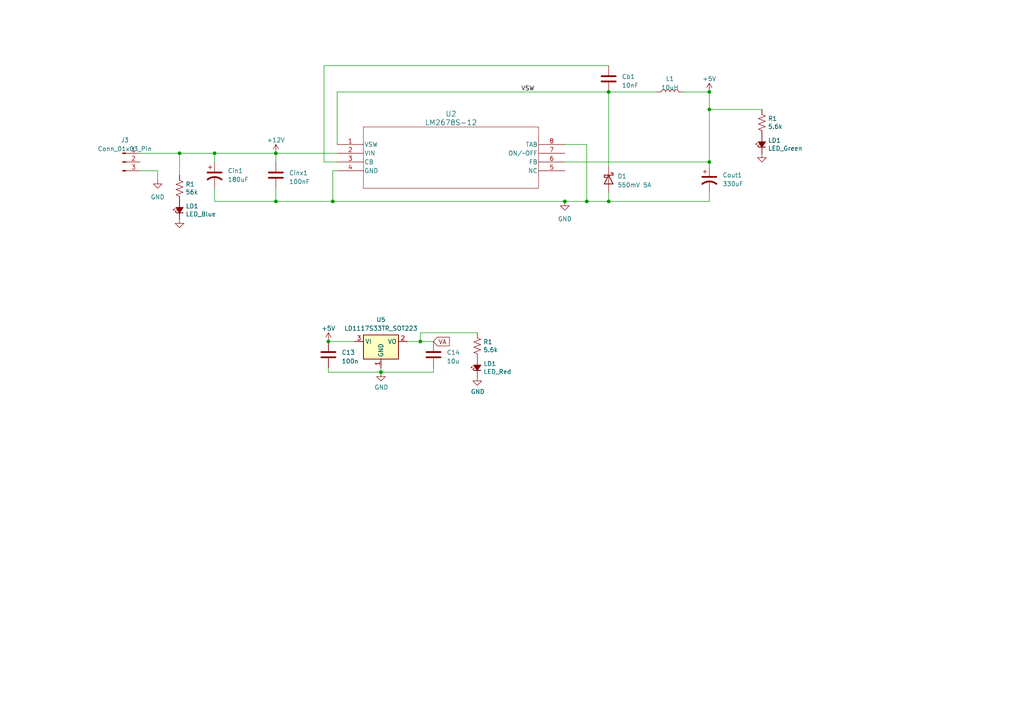
<source format=kicad_sch>
(kicad_sch (version 20230121) (generator eeschema)
  (paper "A4")
  (lib_symbols
    (symbol "Connector:Conn_01x03_Pin" (pin_names (offset 1.016) hide)
      (property "Reference" "J" (at 0 5.08 0))
      (property "Value" "Conn_01x03_Pin" (at 0 -5.08 0))
      (symbol "Conn_01x03_Pin_1_1"
        (polyline (pts (xy 1.27 -2.54) (xy 0.8636 -2.54)) (stroke (width 0.1524)))
        (polyline (pts (xy 1.27 0) (xy 0.8636 0)) (stroke (width 0.1524)))
        (polyline (pts (xy 1.27 2.54) (xy 0.8636 2.54)) (stroke (width 0.1524)))
        (rectangle (start 0.8636 -2.413) (end 0 -2.667) (stroke (width 0.1524)) (fill (type outline)))
        (rectangle (start 0.8636 0.127) (end 0 -0.127) (stroke (width 0.1524)) (fill (type outline)))
        (rectangle (start 0.8636 2.667) (end 0 2.413) (stroke (width 0.1524)) (fill (type outline)))
        (pin passive line (at 5.08 2.54 180) (length 3.81) (name "Pin_1") (number "1"))
        (pin passive line (at 5.08 0 180) (length 3.81) (name "Pin_2") (number "2"))
        (pin passive line (at 5.08 -2.54 180) (length 3.81) (name "Pin_3") (number "3"))
      )
    )
    (symbol "Device:C" (pin_numbers hide) (pin_names (offset 0.254))
      (property "Reference" "C" (at 0.635 2.54 0))
      (property "Value" "C" (at 0.635 -2.54 0))
      (symbol "C_0_1"
        (polyline (pts (xy -2.032 -0.762) (xy 2.032 -0.762)) (stroke (width 0.508)))
        (polyline (pts (xy -2.032 0.762) (xy 2.032 0.762)) (stroke (width 0.508)))
      )
      (symbol "C_1_1"
        (pin passive line (at 0 3.81 270) (length 2.794) (name "~") (number "1"))
        (pin passive line (at 0 -3.81 90) (length 2.794) (name "~") (number "2"))
      )
    )
    (symbol "Device:C_Polarized_US" (pin_numbers hide) (pin_names (offset 0.254) hide)
      (property "Reference" "C" (at 0.635 2.54 0))
      (property "Value" "C_Polarized_US" (at 0.635 -2.54 0))
      (symbol "C_Polarized_US_0_1"
        (polyline (pts (xy -2.032 0.762) (xy 2.032 0.762)) (stroke (width 0.508)))
        (polyline (pts (xy -1.778 2.286) (xy -0.762 2.286)))
        (polyline (pts (xy -1.27 1.778) (xy -1.27 2.794)))
        (arc (start 2.032 -1.27) (mid 0 -0.5572) (end -2.032 -1.27) (stroke (width 0.508)))
      )
      (symbol "C_Polarized_US_1_1"
        (pin passive line (at 0 3.81 270) (length 2.794) (name "~") (number "1"))
        (pin passive line (at 0 -3.81 90) (length 3.302) (name "~") (number "2"))
      )
    )
    (symbol "Device:L" (pin_numbers hide) (pin_names (offset 1.016) hide)
      (property "Reference" "L" (at -1.27 0 90))
      (property "Value" "L" (at 1.905 0 90))
      (symbol "L_0_1"
        (arc (start 0 -2.54) (mid 0.6323 -1.905) (end 0 -1.27))
        (arc (start 0 -1.27) (mid 0.6323 -0.635) (end 0 0))
        (arc (start 0 0) (mid 0.6323 0.635) (end 0 1.27))
        (arc (start 0 1.27) (mid 0.6323 1.905) (end 0 2.54))
      )
      (symbol "L_1_1"
        (pin passive line (at 0 3.81 270) (length 1.27) (name "1") (number "1"))
        (pin passive line (at 0 -3.81 90) (length 1.27) (name "2") (number "2"))
      )
    )
    (symbol "Device:R_US" (pin_numbers hide) (pin_names (offset 0))
      (property "Reference" "R" (at 2.54 0 90))
      (property "Value" "R_US" (at -2.54 0 90))
      (symbol "R_US_0_1"
        (polyline (pts (xy 0 -2.286) (xy 0 -2.54)))
        (polyline (pts (xy 0 2.286) (xy 0 2.54)))
        (polyline (pts (xy 0 -0.762) (xy 1.016 -1.143) (xy 0 -1.524) (xy -1.016 -1.905) (xy 0 -2.286)))
        (polyline (pts (xy 0 0.762) (xy 1.016 0.381) (xy 0 0) (xy -1.016 -0.381) (xy 0 -0.762)))
        (polyline (pts (xy 0 2.286) (xy 1.016 1.905) (xy 0 1.524) (xy -1.016 1.143) (xy 0 0.762)))
      )
      (symbol "R_US_1_1"
        (pin passive line (at 0 3.81 270) (length 1.27) (name "~") (number "1"))
        (pin passive line (at 0 -3.81 90) (length 1.27) (name "~") (number "2"))
      )
    )
    (symbol "Diode:1N5817" (pin_numbers hide) (pin_names (offset 1.016) hide)
      (property "Reference" "D" (at 0 2.54 0))
      (property "Value" "1N5817" (at 0 -2.54 0))
      (symbol "1N5817_0_1"
        (polyline (pts (xy 1.27 0) (xy -1.27 0)))
        (polyline (pts (xy 1.27 1.27) (xy 1.27 -1.27) (xy -1.27 0) (xy 1.27 1.27)) (stroke (width 0.254)))
        (polyline (pts (xy -1.905 0.635) (xy -1.905 1.27) (xy -1.27 1.27) (xy -1.27 -1.27) (xy -0.635 -1.27) (xy -0.635 -0.635)) (stroke (width 0.254)))
      )
      (symbol "1N5817_1_1"
        (pin passive line (at -3.81 0 0) (length 2.54) (name "K") (number "1"))
        (pin passive line (at 3.81 0 180) (length 2.54) (name "A") (number "2"))
      )
    )
    (symbol "LM2678:LM2678S-12" (pin_names (offset 0.254))
      (property "Reference" "U" (at 33.02 10.16 0))
      (property "Value" "LM2678S-12" (at 33.02 7.62 0))
      (symbol "LM2678S-12_0_1"
        (polyline (pts (xy 7.62 -12.7) (xy 58.42 -12.7)) (stroke (width 0.127)))
        (polyline (pts (xy 7.62 5.08) (xy 7.62 -12.7)) (stroke (width 0.127)))
        (polyline (pts (xy 58.42 -12.7) (xy 58.42 5.08)) (stroke (width 0.127)))
        (polyline (pts (xy 58.42 5.08) (xy 7.62 5.08)) (stroke (width 0.127)))
        (pin output line (at 0 0 0) (length 7.62) (name "VSW") (number "1"))
        (pin input line (at 0 -2.54 0) (length 7.62) (name "VIN") (number "2"))
        (pin passive line (at 0 -5.08 0) (length 7.62) (name "CB") (number "3"))
        (pin passive line (at 0 -7.62 0) (length 7.62) (name "GND") (number "4"))
        (pin passive line (at 66.04 -7.62 180) (length 7.62) (name "NC") (number "5"))
        (pin passive line (at 66.04 -5.08 180) (length 7.62) (name "FB") (number "6"))
        (pin passive line (at 66.04 -2.54 180) (length 7.62) (name "ON/~OFF") (number "7"))
        (pin unspecified line (at 66.04 0 180) (length 7.62) (name "TAB") (number "8"))
      )
    )
    (symbol "Regulator_Linear:LD1117S33TR_SOT223"
      (property "Reference" "U" (at -3.81 3.175 0))
      (property "Value" "LD1117S33TR_SOT223" (at 0 3.175 0))
      (symbol "LD1117S33TR_SOT223_0_1"
        (rectangle (start -5.08 -5.08) (end 5.08 1.905) (stroke (width 0.254)) (fill (type background)))
      )
      (symbol "LD1117S33TR_SOT223_1_1"
        (pin power_in line (at 0 -7.62 90) (length 2.54) (name "GND") (number "1"))
        (pin power_out line (at 7.62 0 180) (length 2.54) (name "VO") (number "2"))
        (pin power_in line (at -7.62 0 0) (length 2.54) (name "VI") (number "3"))
      )
    )
    (symbol "power:+12V" (power) (pin_names (offset 0))
      (property "Value" "+12V" (at 0 3.556 0))
      (symbol "+12V_0_1"
        (polyline (pts (xy -0.762 1.27) (xy 0 2.54)))
        (polyline (pts (xy 0 0) (xy 0 2.54)))
        (polyline (pts (xy 0 2.54) (xy 0.762 1.27)))
      )
      (symbol "+12V_1_1"
        (pin power_in line (at 0 0 90) (length 0) hide (name "+12V") (number "1"))
      )
    )
    (symbol "power:+5V" (power) (pin_names (offset 0))
      (property "Value" "+5V" (at 0 3.556 0))
      (symbol "+5V_0_1"
        (polyline (pts (xy -0.762 1.27) (xy 0 2.54)))
        (polyline (pts (xy 0 0) (xy 0 2.54)))
        (polyline (pts (xy 0 2.54) (xy 0.762 1.27)))
      )
      (symbol "+5V_1_1"
        (pin power_in line (at 0 0 90) (length 0) hide (name "+5V") (number "1"))
      )
    )
    (symbol "power:GND" (power) (pin_names (offset 0))
      (property "Value" "GND" (at 0 -3.81 0))
      (symbol "GND_0_1"
        (polyline (pts (xy 0 0) (xy 0 -1.27) (xy 1.27 -1.27) (xy 0 -2.54) (xy -1.27 -1.27) (xy 0 -1.27)))
      )
      (symbol "GND_1_1"
        (pin power_in line (at 0 0 270) (length 0) hide (name "GND") (number "1"))
      )
    )
    (symbol "stm32f091-rescue:LED_Small_ALT-Device" (pin_numbers hide) (pin_names (offset 0.254) hide)
      (property "Reference" "D" (at -1.27 3.175 0))
      (property "Value" "Device_LED_Small_ALT" (at -4.445 -2.54 0))
      (symbol "LED_Small_ALT-Device_0_1"
        (polyline (pts (xy -0.762 -1.016) (xy -0.762 1.016)) (stroke (width 0.254)))
        (polyline (pts (xy 1.016 0) (xy -0.762 0)))
        (polyline (pts (xy 0.762 -1.016) (xy -0.762 0) (xy 0.762 1.016) (xy 0.762 -1.016)) (stroke (width 0.254)) (fill (type outline)))
        (polyline (pts (xy 0 0.762) (xy -0.508 1.27) (xy -0.254 1.27) (xy -0.508 1.27) (xy -0.508 1.016)))
        (polyline (pts (xy 0.508 1.27) (xy 0 1.778) (xy 0.254 1.778) (xy 0 1.778) (xy 0 1.524)))
      )
      (symbol "LED_Small_ALT-Device_1_1"
        (pin passive line (at -2.54 0 0) (length 1.778) (name "K") (number "1"))
        (pin passive line (at 2.54 0 180) (length 1.778) (name "A") (number "2"))
      )
    )
  )
  (junction (at 163.83 58.42))
  (junction (at 80.01 44.45))
  (junction (at 110.49 107.95))
  (junction (at 170.18 58.42))
  (junction (at 205.74 46.99))
  (junction (at 62.23 44.45))
  (junction (at 121.92 99.06))
  (junction (at 95.25 99.06))
  (junction (at 205.74 31.75))
  (junction (at 52.07 44.45))
  (junction (at 80.01 58.42))
  (junction (at 176.53 26.67))
  (junction (at 176.53 58.42))
  (junction (at 205.74 26.67))
  (junction (at 96.52 58.42))
  (wire (pts (xy 176.53 58.42) (xy 205.74 58.42)))
  (wire (pts (xy 138.43 96.52) (xy 121.92 96.52)))
  (wire (pts (xy 80.01 54.61) (xy 80.01 58.42)))
  (wire (pts (xy 125.73 106.68) (xy 125.73 107.95)))
  (wire (pts (xy 110.49 107.95) (xy 125.73 107.95)))
  (wire (pts (xy 121.92 99.06) (xy 125.73 99.06)))
  (wire (pts (xy 170.18 41.91) (xy 170.18 58.42)))
  (wire (pts (xy 40.64 49.53) (xy 45.72 49.53)))
  (wire (pts (xy 95.25 99.06) (xy 102.87 99.06)))
  (wire (pts (xy 45.72 49.53) (xy 45.72 52.07)))
  (wire (pts (xy 176.53 26.67) (xy 190.5 26.67)))
  (wire (pts (xy 80.01 58.42) (xy 96.52 58.42)))
  (wire (pts (xy 97.79 49.53) (xy 96.52 49.53)))
  (wire (pts (xy 170.18 58.42) (xy 176.53 58.42)))
  (wire (pts (xy 176.53 55.88) (xy 176.53 58.42)))
  (wire (pts (xy 176.53 26.67) (xy 176.53 48.26)))
  (wire (pts (xy 97.79 26.67) (xy 176.53 26.67)))
  (wire (pts (xy 96.52 49.53) (xy 96.52 58.42)))
  (wire (pts (xy 163.83 41.91) (xy 170.18 41.91)))
  (wire (pts (xy 110.49 107.95) (xy 110.49 106.68)))
  (wire (pts (xy 40.64 44.45) (xy 52.07 44.45)))
  (wire (pts (xy 205.74 31.75) (xy 205.74 46.99)))
  (wire (pts (xy 52.07 50.8) (xy 52.07 44.45)))
  (wire (pts (xy 93.98 46.99) (xy 93.98 19.05)))
  (wire (pts (xy 62.23 44.45) (xy 80.01 44.45)))
  (wire (pts (xy 205.74 48.26) (xy 205.74 46.99)))
  (wire (pts (xy 52.07 44.45) (xy 62.23 44.45)))
  (wire (pts (xy 96.52 58.42) (xy 163.83 58.42)))
  (wire (pts (xy 95.25 107.95) (xy 110.49 107.95)))
  (wire (pts (xy 62.23 58.42) (xy 80.01 58.42)))
  (wire (pts (xy 95.25 106.68) (xy 95.25 107.95)))
  (wire (pts (xy 62.23 44.45) (xy 62.23 46.99)))
  (wire (pts (xy 97.79 46.99) (xy 93.98 46.99)))
  (wire (pts (xy 163.83 46.99) (xy 205.74 46.99)))
  (wire (pts (xy 80.01 44.45) (xy 80.01 46.99)))
  (wire (pts (xy 205.74 26.67) (xy 205.74 31.75)))
  (wire (pts (xy 121.92 96.52) (xy 121.92 99.06)))
  (wire (pts (xy 93.98 19.05) (xy 176.53 19.05)))
  (wire (pts (xy 97.79 41.91) (xy 97.79 26.67)))
  (wire (pts (xy 198.12 26.67) (xy 205.74 26.67)))
  (wire (pts (xy 205.74 55.88) (xy 205.74 58.42)))
  (wire (pts (xy 163.83 58.42) (xy 170.18 58.42)))
  (wire (pts (xy 80.01 44.45) (xy 97.79 44.45)))
  (wire (pts (xy 62.23 54.61) (xy 62.23 58.42)))
  (wire (pts (xy 220.98 31.75) (xy 205.74 31.75)))
  (wire (pts (xy 118.11 99.06) (xy 121.92 99.06)))
  (label "VSW" (at 151.13 26.67 0))
  (global_label "VA" (shape input) (at 125.73 99.06 0) (property "Intersheetrefs" "${INTERSHEET_REFS}" (effects hide)))
  (symbol (lib_id "power:GND") (at 110.49 107.95 0) (unit 1)
    (property "Reference" "#PWR0130" (effects hide))
    (property "Value" "GND" (at 110.617 112.3442 0))
    (instances (project "stm32f091" (path "" (reference "#PWR0130") (unit 1))) (project "Schematic" (path "" (reference "#PWR011") (unit 1)) (path "" (reference "#PWR019") (unit 1)) (path "" (reference "#PWR024") (unit 1)) (path "" (reference "#PWR024") (unit 1)) (path "" (reference "#PWR023") (unit 1))))
  )
  (symbol (lib_id "Diode:1N5817") (at 176.53 52.07 270) (unit 1)
    (property "Reference" "D1" (at 179.07 51.1175 90) (effects (justify left)))
    (property "Value" "550mV 5A" (at 179.07 53.6575 90) (effects (justify left)))
    (property "Footprint" "Diode_SMD:D_SMC-RM10_Universal_Handsoldering" (effects hide))
    (property "Datasheet" "http://www.vishay.com/docs/88525/1n5817.pdf" (effects hide))
    (instances (project "LM2678 - 5.0V" (path "" (reference "D1") (unit 1))) (project "Schematic" (path "" (reference "D2") (unit 1))))
  )
  (symbol (lib_id "Device:C") (at 176.53 22.86 0) (unit 1)
    (property "Reference" "Cb1" (at 180.34 22.225 0) (effects (justify left)))
    (property "Value" "10nF" (at 180.34 24.765 0) (effects (justify left)))
    (property "Footprint" "Capacitor_SMD:C_0805_2012Metric_Pad1.18x1.45mm_HandSolder" (effects hide))
  )
  (symbol (lib_id "Device:L") (at 194.31 26.67 90) (unit 1)
    (property "Reference" "L1" (at 194.31 22.86 90))
    (property "Value" "10uH" (at 194.31 25.4 90))
    (property "Footprint" "LIB_MSS1210-103MEB:INDPM120120X1020N" (effects hide))
  )
  (symbol (lib_id "Device:R_US") (at 220.98 35.56 0) (unit 1)
    (property "Reference" "R1" (at 222.7072 34.3916 0) (effects (justify left)))
    (property "Value" "5.6k" (at 222.7072 36.703 0) (effects (justify left)))
    (property "Footprint" "Resistor_SMD:R_1206_3216Metric_Pad1.30x1.75mm_HandSolder" (effects hide))
    (instances (project "stm32f091" (path "" (reference "R1") (unit 1))) (project "Schematic" (path "" (reference "R6") (unit 1)) (path "" (reference "R40") (unit 1)) (path "" (reference "R42") (unit 1))))
  )
  (symbol (lib_id "Device:C") (at 95.25 102.87 0) (unit 1)
    (property "Reference" "C13" (at 99.06 102.235 0) (effects (justify left)))
    (property "Value" "100n" (at 99.06 104.775 0) (effects (justify left)))
    (property "Footprint" "Capacitor_SMD:C_1206_3216Metric_Pad1.33x1.80mm_HandSolder" (effects hide))
  )
  (symbol (lib_id "Device:C_Polarized_US") (at 62.23 50.8 0) (unit 1)
    (property "Reference" "Cin1" (at 66.04 49.53 0) (effects (justify left)))
    (property "Value" "180uF" (at 66.04 52.07 0) (effects (justify left)))
    (property "Footprint" "Capacitor_SMD:CP_Elec_8x6.9" (effects hide))
  )
  (symbol (lib_id "power:+5V") (at 205.74 26.67 0) (unit 1)
    (property "Reference" "#PWR043" (effects hide))
    (property "Value" "+5V" (at 205.74 22.86 0))
  )
  (symbol (lib_id "power:GND") (at 163.83 58.42 0) (unit 1)
    (property "Reference" "#PWR01" (effects hide))
    (property "Value" "GND" (at 163.83 63.5 0))
    (instances (project "LM2678 - 5.0V" (path "" (reference "#PWR01") (unit 1))) (project "Schematic" (path "" (reference "#PWR037") (unit 1))))
  )
  (symbol (lib_id "power:GND") (at 138.43 109.22 0) (unit 1)
    (property "Reference" "#PWR0130" (effects hide))
    (property "Value" "GND" (at 138.557 113.6142 0))
    (instances (project "stm32f091" (path "" (reference "#PWR0130") (unit 1))) (project "Schematic" (path "" (reference "#PWR011") (unit 1)) (path "" (reference "#PWR019") (unit 1)) (path "" (reference "#PWR024") (unit 1)) (path "" (reference "#PWR024") (unit 1)) (path "" (reference "#PWR025") (unit 1))))
  )
  (symbol (lib_id "stm32f091-rescue:LED_Small_ALT-Device") (at 220.98 41.91 90) (unit 1)
    (property "Reference" "LD1" (at 222.758 40.7416 90) (effects (justify right)))
    (property "Value" "LED_Green" (at 222.758 43.053 90) (effects (justify right)))
    (property "Footprint" "LED_THT:LED_D5.0mm" (effects hide))
    (instances (project "stm32f091" (path "" (reference "LD1") (unit 1))) (project "Schematic" (path "" (reference "LD1") (unit 1)) (path "" (reference "LD2") (unit 1)) (path "" (reference "LD4") (unit 1))))
  )
  (symbol (lib_id "Device:C") (at 125.73 102.87 0) (unit 1)
    (property "Reference" "C14" (at 129.54 102.235 0) (effects (justify left)))
    (property "Value" "10u" (at 129.54 104.775 0) (effects (justify left)))
    (property "Footprint" "Capacitor_SMD:C_1206_3216Metric_Pad1.33x1.80mm_HandSolder" (effects hide))
  )
  (symbol (lib_id "stm32f091-rescue:LED_Small_ALT-Device") (at 138.43 106.68 90) (unit 1)
    (property "Reference" "LD1" (at 140.208 105.5116 90) (effects (justify right)))
    (property "Value" "LED_Red" (at 140.208 107.823 90) (effects (justify right)))
    (property "Footprint" "LED_THT:LED_D5.0mm" (effects hide))
    (instances (project "stm32f091" (path "" (reference "LD1") (unit 1))) (project "Schematic" (path "" (reference "LD1") (unit 1)) (path "" (reference "LD2") (unit 1)) (path "" (reference "LD5") (unit 1))))
  )
  (symbol (lib_id "power:GND") (at 52.07 63.5 0) (unit 1)
    (property "Reference" "#PWR0115" (effects hide))
    (property "Value" "GND" (effects hide))
    (instances (project "stm32f091" (path "" (reference "#PWR0115") (unit 1))) (project "Schematic" (path "" (reference "#PWR034") (unit 1)) (path "" (reference "#PWR040") (unit 1)) (path "" (reference "#PWR045") (unit 1))))
  )
  (symbol (lib_id "Connector:Conn_01x03_Pin") (at 35.56 46.99 0) (unit 1)
    (property "Reference" "J3" (at 36.195 40.64 0))
    (property "Value" "Conn_01x03_Pin" (at 36.195 43.18 0))
    (property "Footprint" "Connector_PinSocket_2.54mm:PinSocket_1x03_P2.54mm_Vertical" (effects hide))
    (instances (project "LM2678 - 5.0V" (path "" (reference "J3") (unit 1))) (project "Schematic" (path "" (reference "J6") (unit 1))))
  )
  (symbol (lib_id "LM2678:LM2678S-12") (at 97.79 41.91 0) (unit 1)
    (property "Reference" "U2" (at 130.81 33.02 0) (effects (font (size 1.524 1.524))))
    (property "Value" "LM2678S-12" (at 130.81 35.56 0) (effects (font (size 1.524 1.524))))
    (property "Footprint" "LM2678-TO263:TS7B" (effects hide))
    (property "Datasheet" "LM2678S-12" (effects hide))
    (instances (project "LM2678 - 5.0V" (path "" (reference "U2") (unit 1))) (project "Schematic" (path "" (reference "U4") (unit 1))))
  )
  (symbol (lib_id "power:GND") (at 220.98 44.45 0) (unit 1)
    (property "Reference" "#PWR0115" (effects hide))
    (property "Value" "GND" (effects hide))
    (instances (project "stm32f091" (path "" (reference "#PWR0115") (unit 1))) (project "Schematic" (path "" (reference "#PWR034") (unit 1)) (path "" (reference "#PWR040") (unit 1)) (path "" (reference "#PWR046") (unit 1))))
  )
  (symbol (lib_id "power:+12V") (at 80.01 44.45 0) (unit 1)
    (property "Reference" "#PWR042" (effects hide))
    (property "Value" "+12V" (at 80.01 40.64 0))
  )
  (symbol (lib_id "Regulator_Linear:LD1117S33TR_SOT223") (at 110.49 99.06 0) (unit 1)
    (property "Reference" "U5" (at 110.49 92.71 0))
    (property "Value" "LD1117S33TR_SOT223" (at 110.49 95.25 0))
    (property "Footprint" "Package_TO_SOT_THT:TO-220-3_Vertical" (effects hide))
    (property "Datasheet" "http://www.st.com/st-web-ui/static/active/en/resource/technical/document/datasheet/CD00000544.pdf" (effects hide))
  )
  (symbol (lib_id "power:+5V") (at 95.25 99.06 0) (unit 1)
    (property "Reference" "#PWR044" (effects hide))
    (property "Value" "+5V" (at 95.25 95.25 0))
  )
  (symbol (lib_id "power:GND") (at 45.72 52.07 0) (unit 1)
    (property "Reference" "#PWR04" (effects hide))
    (property "Value" "GND" (at 45.72 57.15 0))
    (instances (project "LM2678 - 5.0V" (path "" (reference "#PWR04") (unit 1))) (project "Schematic" (path "" (reference "#PWR035") (unit 1))))
  )
  (symbol (lib_id "Device:C") (at 80.01 50.8 0) (unit 1)
    (property "Reference" "Cinx1" (at 83.82 50.165 0) (effects (justify left)))
    (property "Value" "100nF" (at 83.82 52.705 0) (effects (justify left)))
    (property "Footprint" "Capacitor_SMD:C_0805_2012Metric_Pad1.18x1.45mm_HandSolder" (effects hide))
  )
  (symbol (lib_id "Device:C_Polarized_US") (at 205.74 52.07 0) (unit 1)
    (property "Reference" "Cout1" (at 209.55 50.8 0) (effects (justify left)))
    (property "Value" "330uF" (at 209.55 53.34 0) (effects (justify left)))
    (property "Footprint" "Capacitor_SMD:CP_Elec_8x6.9" (effects hide))
  )
  (symbol (lib_id "stm32f091-rescue:LED_Small_ALT-Device") (at 52.07 60.96 90) (unit 1)
    (property "Reference" "LD1" (at 53.848 59.7916 90) (effects (justify right)))
    (property "Value" "LED_Blue" (at 53.848 62.103 90) (effects (justify right)))
    (property "Footprint" "LED_THT:LED_D5.0mm" (effects hide))
    (instances (project "stm32f091" (path "" (reference "LD1") (unit 1))) (project "Schematic" (path "" (reference "LD1") (unit 1)) (path "" (reference "LD2") (unit 1)) (path "" (reference "LD3") (unit 1))))
  )
  (symbol (lib_id "Device:R_US") (at 138.43 100.33 0) (unit 1)
    (property "Reference" "R1" (at 140.1572 99.1616 0) (effects (justify left)))
    (property "Value" "5.6k" (at 140.1572 101.473 0) (effects (justify left)))
    (property "Footprint" "Resistor_SMD:R_1206_3216Metric_Pad1.30x1.75mm_HandSolder" (effects hide))
    (instances (project "stm32f091" (path "" (reference "R1") (unit 1))) (project "Schematic" (path "" (reference "R6") (unit 1)) (path "" (reference "R40") (unit 1)) (path "" (reference "R43") (unit 1))))
  )
  (symbol (lib_id "Device:R_US") (at 52.07 54.61 0) (unit 1)
    (property "Reference" "R1" (at 53.7972 53.4416 0) (effects (justify left)))
    (property "Value" "56k" (at 53.7972 55.753 0) (effects (justify left)))
    (property "Footprint" "Resistor_SMD:R_1206_3216Metric_Pad1.30x1.75mm_HandSolder" (effects hide))
    (instances (project "stm32f091" (path "" (reference "R1") (unit 1))) (project "Schematic" (path "" (reference "R6") (unit 1)) (path "" (reference "R40") (unit 1)) (path "" (reference "R41") (unit 1))))
  )
)
</source>
